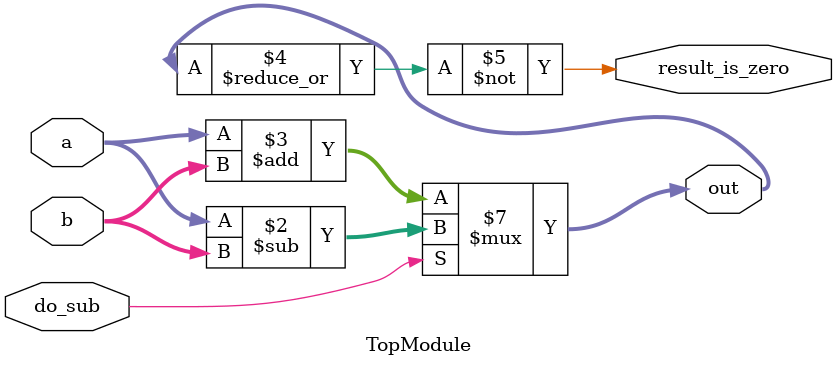
<source format=sv>


module TopModule (
  input do_sub,
  input [7:0] a,
  input [7:0] b,
  output reg [7:0] out,
  output reg result_is_zero
);

always @(*) begin
    if (do_sub) 
        out = a - b;
    else 
        out = a + b;

    // Check for zero result using bitwise NOR to handle signed numbers correctly
    result_is_zero = ~(|out);  // Set result_is_zero to 1 if all bits of 'out' are 0
end

endmodule

</source>
